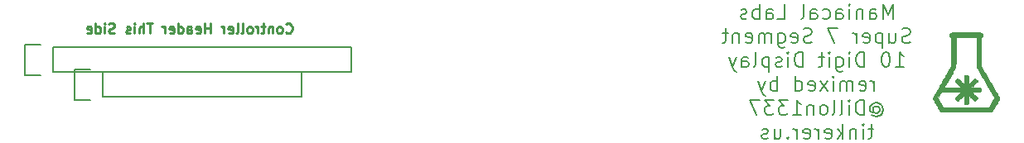
<source format=gbr>
G04 #@! TF.FileFunction,Legend,Bot*
%FSLAX46Y46*%
G04 Gerber Fmt 4.6, Leading zero omitted, Abs format (unit mm)*
G04 Created by KiCad (PCBNEW 4.0.7) date Thursday, February 08, 2018 'PMt' 08:56:59 PM*
%MOMM*%
%LPD*%
G01*
G04 APERTURE LIST*
%ADD10C,0.100000*%
%ADD11C,0.254000*%
%ADD12C,0.200000*%
%ADD13C,0.010000*%
%ADD14C,0.150000*%
G04 APERTURE END LIST*
D10*
D11*
X150839712Y-79737857D02*
X150888093Y-79786238D01*
X151033236Y-79834619D01*
X151129998Y-79834619D01*
X151275140Y-79786238D01*
X151371902Y-79689476D01*
X151420283Y-79592714D01*
X151468664Y-79399190D01*
X151468664Y-79254048D01*
X151420283Y-79060524D01*
X151371902Y-78963762D01*
X151275140Y-78867000D01*
X151129998Y-78818619D01*
X151033236Y-78818619D01*
X150888093Y-78867000D01*
X150839712Y-78915381D01*
X150259140Y-79834619D02*
X150355902Y-79786238D01*
X150404283Y-79737857D01*
X150452664Y-79641095D01*
X150452664Y-79350810D01*
X150404283Y-79254048D01*
X150355902Y-79205667D01*
X150259140Y-79157286D01*
X150113998Y-79157286D01*
X150017236Y-79205667D01*
X149968855Y-79254048D01*
X149920474Y-79350810D01*
X149920474Y-79641095D01*
X149968855Y-79737857D01*
X150017236Y-79786238D01*
X150113998Y-79834619D01*
X150259140Y-79834619D01*
X149485045Y-79157286D02*
X149485045Y-79834619D01*
X149485045Y-79254048D02*
X149436664Y-79205667D01*
X149339902Y-79157286D01*
X149194760Y-79157286D01*
X149097998Y-79205667D01*
X149049617Y-79302429D01*
X149049617Y-79834619D01*
X148710950Y-79157286D02*
X148323902Y-79157286D01*
X148565807Y-78818619D02*
X148565807Y-79689476D01*
X148517426Y-79786238D01*
X148420664Y-79834619D01*
X148323902Y-79834619D01*
X147985236Y-79834619D02*
X147985236Y-79157286D01*
X147985236Y-79350810D02*
X147936855Y-79254048D01*
X147888474Y-79205667D01*
X147791712Y-79157286D01*
X147694951Y-79157286D01*
X147211141Y-79834619D02*
X147307903Y-79786238D01*
X147356284Y-79737857D01*
X147404665Y-79641095D01*
X147404665Y-79350810D01*
X147356284Y-79254048D01*
X147307903Y-79205667D01*
X147211141Y-79157286D01*
X147065999Y-79157286D01*
X146969237Y-79205667D01*
X146920856Y-79254048D01*
X146872475Y-79350810D01*
X146872475Y-79641095D01*
X146920856Y-79737857D01*
X146969237Y-79786238D01*
X147065999Y-79834619D01*
X147211141Y-79834619D01*
X146291903Y-79834619D02*
X146388665Y-79786238D01*
X146437046Y-79689476D01*
X146437046Y-78818619D01*
X145759713Y-79834619D02*
X145856475Y-79786238D01*
X145904856Y-79689476D01*
X145904856Y-78818619D01*
X144985619Y-79786238D02*
X145082381Y-79834619D01*
X145275904Y-79834619D01*
X145372666Y-79786238D01*
X145421047Y-79689476D01*
X145421047Y-79302429D01*
X145372666Y-79205667D01*
X145275904Y-79157286D01*
X145082381Y-79157286D01*
X144985619Y-79205667D01*
X144937238Y-79302429D01*
X144937238Y-79399190D01*
X145421047Y-79495952D01*
X144501809Y-79834619D02*
X144501809Y-79157286D01*
X144501809Y-79350810D02*
X144453428Y-79254048D01*
X144405047Y-79205667D01*
X144308285Y-79157286D01*
X144211524Y-79157286D01*
X143098762Y-79834619D02*
X143098762Y-78818619D01*
X143098762Y-79302429D02*
X142518191Y-79302429D01*
X142518191Y-79834619D02*
X142518191Y-78818619D01*
X141647334Y-79786238D02*
X141744096Y-79834619D01*
X141937619Y-79834619D01*
X142034381Y-79786238D01*
X142082762Y-79689476D01*
X142082762Y-79302429D01*
X142034381Y-79205667D01*
X141937619Y-79157286D01*
X141744096Y-79157286D01*
X141647334Y-79205667D01*
X141598953Y-79302429D01*
X141598953Y-79399190D01*
X142082762Y-79495952D01*
X140728096Y-79834619D02*
X140728096Y-79302429D01*
X140776477Y-79205667D01*
X140873239Y-79157286D01*
X141066762Y-79157286D01*
X141163524Y-79205667D01*
X140728096Y-79786238D02*
X140824858Y-79834619D01*
X141066762Y-79834619D01*
X141163524Y-79786238D01*
X141211905Y-79689476D01*
X141211905Y-79592714D01*
X141163524Y-79495952D01*
X141066762Y-79447571D01*
X140824858Y-79447571D01*
X140728096Y-79399190D01*
X139808858Y-79834619D02*
X139808858Y-78818619D01*
X139808858Y-79786238D02*
X139905620Y-79834619D01*
X140099143Y-79834619D01*
X140195905Y-79786238D01*
X140244286Y-79737857D01*
X140292667Y-79641095D01*
X140292667Y-79350810D01*
X140244286Y-79254048D01*
X140195905Y-79205667D01*
X140099143Y-79157286D01*
X139905620Y-79157286D01*
X139808858Y-79205667D01*
X138938001Y-79786238D02*
X139034763Y-79834619D01*
X139228286Y-79834619D01*
X139325048Y-79786238D01*
X139373429Y-79689476D01*
X139373429Y-79302429D01*
X139325048Y-79205667D01*
X139228286Y-79157286D01*
X139034763Y-79157286D01*
X138938001Y-79205667D01*
X138889620Y-79302429D01*
X138889620Y-79399190D01*
X139373429Y-79495952D01*
X138454191Y-79834619D02*
X138454191Y-79157286D01*
X138454191Y-79350810D02*
X138405810Y-79254048D01*
X138357429Y-79205667D01*
X138260667Y-79157286D01*
X138163906Y-79157286D01*
X137196287Y-78818619D02*
X136615716Y-78818619D01*
X136906001Y-79834619D02*
X136906001Y-78818619D01*
X136277049Y-79834619D02*
X136277049Y-78818619D01*
X135841621Y-79834619D02*
X135841621Y-79302429D01*
X135890002Y-79205667D01*
X135986764Y-79157286D01*
X136131906Y-79157286D01*
X136228668Y-79205667D01*
X136277049Y-79254048D01*
X135357811Y-79834619D02*
X135357811Y-79157286D01*
X135357811Y-78818619D02*
X135406192Y-78867000D01*
X135357811Y-78915381D01*
X135309430Y-78867000D01*
X135357811Y-78818619D01*
X135357811Y-78915381D01*
X134922382Y-79786238D02*
X134825620Y-79834619D01*
X134632096Y-79834619D01*
X134535335Y-79786238D01*
X134486954Y-79689476D01*
X134486954Y-79641095D01*
X134535335Y-79544333D01*
X134632096Y-79495952D01*
X134777239Y-79495952D01*
X134874001Y-79447571D01*
X134922382Y-79350810D01*
X134922382Y-79302429D01*
X134874001Y-79205667D01*
X134777239Y-79157286D01*
X134632096Y-79157286D01*
X134535335Y-79205667D01*
X133325811Y-79786238D02*
X133180668Y-79834619D01*
X132938764Y-79834619D01*
X132842002Y-79786238D01*
X132793621Y-79737857D01*
X132745240Y-79641095D01*
X132745240Y-79544333D01*
X132793621Y-79447571D01*
X132842002Y-79399190D01*
X132938764Y-79350810D01*
X133132287Y-79302429D01*
X133229049Y-79254048D01*
X133277430Y-79205667D01*
X133325811Y-79108905D01*
X133325811Y-79012143D01*
X133277430Y-78915381D01*
X133229049Y-78867000D01*
X133132287Y-78818619D01*
X132890383Y-78818619D01*
X132745240Y-78867000D01*
X132309811Y-79834619D02*
X132309811Y-79157286D01*
X132309811Y-78818619D02*
X132358192Y-78867000D01*
X132309811Y-78915381D01*
X132261430Y-78867000D01*
X132309811Y-78818619D01*
X132309811Y-78915381D01*
X131390573Y-79834619D02*
X131390573Y-78818619D01*
X131390573Y-79786238D02*
X131487335Y-79834619D01*
X131680858Y-79834619D01*
X131777620Y-79786238D01*
X131826001Y-79737857D01*
X131874382Y-79641095D01*
X131874382Y-79350810D01*
X131826001Y-79254048D01*
X131777620Y-79205667D01*
X131680858Y-79157286D01*
X131487335Y-79157286D01*
X131390573Y-79205667D01*
X130519716Y-79786238D02*
X130616478Y-79834619D01*
X130810001Y-79834619D01*
X130906763Y-79786238D01*
X130955144Y-79689476D01*
X130955144Y-79302429D01*
X130906763Y-79205667D01*
X130810001Y-79157286D01*
X130616478Y-79157286D01*
X130519716Y-79205667D01*
X130471335Y-79302429D01*
X130471335Y-79399190D01*
X130955144Y-79495952D01*
D12*
X212855000Y-78373571D02*
X212855000Y-76873571D01*
X212355000Y-77945000D01*
X211855000Y-76873571D01*
X211855000Y-78373571D01*
X210497857Y-78373571D02*
X210497857Y-77587857D01*
X210569286Y-77445000D01*
X210712143Y-77373571D01*
X210997857Y-77373571D01*
X211140714Y-77445000D01*
X210497857Y-78302143D02*
X210640714Y-78373571D01*
X210997857Y-78373571D01*
X211140714Y-78302143D01*
X211212143Y-78159286D01*
X211212143Y-78016429D01*
X211140714Y-77873571D01*
X210997857Y-77802143D01*
X210640714Y-77802143D01*
X210497857Y-77730714D01*
X209783571Y-77373571D02*
X209783571Y-78373571D01*
X209783571Y-77516429D02*
X209712143Y-77445000D01*
X209569285Y-77373571D01*
X209355000Y-77373571D01*
X209212143Y-77445000D01*
X209140714Y-77587857D01*
X209140714Y-78373571D01*
X208426428Y-78373571D02*
X208426428Y-77373571D01*
X208426428Y-76873571D02*
X208497857Y-76945000D01*
X208426428Y-77016429D01*
X208355000Y-76945000D01*
X208426428Y-76873571D01*
X208426428Y-77016429D01*
X207069285Y-78373571D02*
X207069285Y-77587857D01*
X207140714Y-77445000D01*
X207283571Y-77373571D01*
X207569285Y-77373571D01*
X207712142Y-77445000D01*
X207069285Y-78302143D02*
X207212142Y-78373571D01*
X207569285Y-78373571D01*
X207712142Y-78302143D01*
X207783571Y-78159286D01*
X207783571Y-78016429D01*
X207712142Y-77873571D01*
X207569285Y-77802143D01*
X207212142Y-77802143D01*
X207069285Y-77730714D01*
X205712142Y-78302143D02*
X205854999Y-78373571D01*
X206140713Y-78373571D01*
X206283571Y-78302143D01*
X206354999Y-78230714D01*
X206426428Y-78087857D01*
X206426428Y-77659286D01*
X206354999Y-77516429D01*
X206283571Y-77445000D01*
X206140713Y-77373571D01*
X205854999Y-77373571D01*
X205712142Y-77445000D01*
X204426428Y-78373571D02*
X204426428Y-77587857D01*
X204497857Y-77445000D01*
X204640714Y-77373571D01*
X204926428Y-77373571D01*
X205069285Y-77445000D01*
X204426428Y-78302143D02*
X204569285Y-78373571D01*
X204926428Y-78373571D01*
X205069285Y-78302143D01*
X205140714Y-78159286D01*
X205140714Y-78016429D01*
X205069285Y-77873571D01*
X204926428Y-77802143D01*
X204569285Y-77802143D01*
X204426428Y-77730714D01*
X203497856Y-78373571D02*
X203640714Y-78302143D01*
X203712142Y-78159286D01*
X203712142Y-76873571D01*
X201069285Y-78373571D02*
X201783571Y-78373571D01*
X201783571Y-76873571D01*
X199926428Y-78373571D02*
X199926428Y-77587857D01*
X199997857Y-77445000D01*
X200140714Y-77373571D01*
X200426428Y-77373571D01*
X200569285Y-77445000D01*
X199926428Y-78302143D02*
X200069285Y-78373571D01*
X200426428Y-78373571D01*
X200569285Y-78302143D01*
X200640714Y-78159286D01*
X200640714Y-78016429D01*
X200569285Y-77873571D01*
X200426428Y-77802143D01*
X200069285Y-77802143D01*
X199926428Y-77730714D01*
X199212142Y-78373571D02*
X199212142Y-76873571D01*
X199212142Y-77445000D02*
X199069285Y-77373571D01*
X198783571Y-77373571D01*
X198640714Y-77445000D01*
X198569285Y-77516429D01*
X198497856Y-77659286D01*
X198497856Y-78087857D01*
X198569285Y-78230714D01*
X198640714Y-78302143D01*
X198783571Y-78373571D01*
X199069285Y-78373571D01*
X199212142Y-78302143D01*
X197926428Y-78302143D02*
X197783571Y-78373571D01*
X197497856Y-78373571D01*
X197354999Y-78302143D01*
X197283571Y-78159286D01*
X197283571Y-78087857D01*
X197354999Y-77945000D01*
X197497856Y-77873571D01*
X197712142Y-77873571D01*
X197854999Y-77802143D01*
X197926428Y-77659286D01*
X197926428Y-77587857D01*
X197854999Y-77445000D01*
X197712142Y-77373571D01*
X197497856Y-77373571D01*
X197354999Y-77445000D01*
X214640713Y-80752143D02*
X214426427Y-80823571D01*
X214069284Y-80823571D01*
X213926427Y-80752143D01*
X213854998Y-80680714D01*
X213783570Y-80537857D01*
X213783570Y-80395000D01*
X213854998Y-80252143D01*
X213926427Y-80180714D01*
X214069284Y-80109286D01*
X214354998Y-80037857D01*
X214497856Y-79966429D01*
X214569284Y-79895000D01*
X214640713Y-79752143D01*
X214640713Y-79609286D01*
X214569284Y-79466429D01*
X214497856Y-79395000D01*
X214354998Y-79323571D01*
X213997856Y-79323571D01*
X213783570Y-79395000D01*
X212497856Y-79823571D02*
X212497856Y-80823571D01*
X213140713Y-79823571D02*
X213140713Y-80609286D01*
X213069285Y-80752143D01*
X212926427Y-80823571D01*
X212712142Y-80823571D01*
X212569285Y-80752143D01*
X212497856Y-80680714D01*
X211783570Y-79823571D02*
X211783570Y-81323571D01*
X211783570Y-79895000D02*
X211640713Y-79823571D01*
X211354999Y-79823571D01*
X211212142Y-79895000D01*
X211140713Y-79966429D01*
X211069284Y-80109286D01*
X211069284Y-80537857D01*
X211140713Y-80680714D01*
X211212142Y-80752143D01*
X211354999Y-80823571D01*
X211640713Y-80823571D01*
X211783570Y-80752143D01*
X209854999Y-80752143D02*
X209997856Y-80823571D01*
X210283570Y-80823571D01*
X210426427Y-80752143D01*
X210497856Y-80609286D01*
X210497856Y-80037857D01*
X210426427Y-79895000D01*
X210283570Y-79823571D01*
X209997856Y-79823571D01*
X209854999Y-79895000D01*
X209783570Y-80037857D01*
X209783570Y-80180714D01*
X210497856Y-80323571D01*
X209140713Y-80823571D02*
X209140713Y-79823571D01*
X209140713Y-80109286D02*
X209069285Y-79966429D01*
X208997856Y-79895000D01*
X208854999Y-79823571D01*
X208712142Y-79823571D01*
X207212142Y-79323571D02*
X206212142Y-79323571D01*
X206854999Y-80823571D01*
X204569286Y-80752143D02*
X204355000Y-80823571D01*
X203997857Y-80823571D01*
X203855000Y-80752143D01*
X203783571Y-80680714D01*
X203712143Y-80537857D01*
X203712143Y-80395000D01*
X203783571Y-80252143D01*
X203855000Y-80180714D01*
X203997857Y-80109286D01*
X204283571Y-80037857D01*
X204426429Y-79966429D01*
X204497857Y-79895000D01*
X204569286Y-79752143D01*
X204569286Y-79609286D01*
X204497857Y-79466429D01*
X204426429Y-79395000D01*
X204283571Y-79323571D01*
X203926429Y-79323571D01*
X203712143Y-79395000D01*
X202497858Y-80752143D02*
X202640715Y-80823571D01*
X202926429Y-80823571D01*
X203069286Y-80752143D01*
X203140715Y-80609286D01*
X203140715Y-80037857D01*
X203069286Y-79895000D01*
X202926429Y-79823571D01*
X202640715Y-79823571D01*
X202497858Y-79895000D01*
X202426429Y-80037857D01*
X202426429Y-80180714D01*
X203140715Y-80323571D01*
X201140715Y-79823571D02*
X201140715Y-81037857D01*
X201212144Y-81180714D01*
X201283572Y-81252143D01*
X201426429Y-81323571D01*
X201640715Y-81323571D01*
X201783572Y-81252143D01*
X201140715Y-80752143D02*
X201283572Y-80823571D01*
X201569286Y-80823571D01*
X201712144Y-80752143D01*
X201783572Y-80680714D01*
X201855001Y-80537857D01*
X201855001Y-80109286D01*
X201783572Y-79966429D01*
X201712144Y-79895000D01*
X201569286Y-79823571D01*
X201283572Y-79823571D01*
X201140715Y-79895000D01*
X200426429Y-80823571D02*
X200426429Y-79823571D01*
X200426429Y-79966429D02*
X200355001Y-79895000D01*
X200212143Y-79823571D01*
X199997858Y-79823571D01*
X199855001Y-79895000D01*
X199783572Y-80037857D01*
X199783572Y-80823571D01*
X199783572Y-80037857D02*
X199712143Y-79895000D01*
X199569286Y-79823571D01*
X199355001Y-79823571D01*
X199212143Y-79895000D01*
X199140715Y-80037857D01*
X199140715Y-80823571D01*
X197855001Y-80752143D02*
X197997858Y-80823571D01*
X198283572Y-80823571D01*
X198426429Y-80752143D01*
X198497858Y-80609286D01*
X198497858Y-80037857D01*
X198426429Y-79895000D01*
X198283572Y-79823571D01*
X197997858Y-79823571D01*
X197855001Y-79895000D01*
X197783572Y-80037857D01*
X197783572Y-80180714D01*
X198497858Y-80323571D01*
X197140715Y-79823571D02*
X197140715Y-80823571D01*
X197140715Y-79966429D02*
X197069287Y-79895000D01*
X196926429Y-79823571D01*
X196712144Y-79823571D01*
X196569287Y-79895000D01*
X196497858Y-80037857D01*
X196497858Y-80823571D01*
X195997858Y-79823571D02*
X195426429Y-79823571D01*
X195783572Y-79323571D02*
X195783572Y-80609286D01*
X195712144Y-80752143D01*
X195569286Y-80823571D01*
X195426429Y-80823571D01*
X213140714Y-83273571D02*
X213997857Y-83273571D01*
X213569285Y-83273571D02*
X213569285Y-81773571D01*
X213712142Y-81987857D01*
X213855000Y-82130714D01*
X213997857Y-82202143D01*
X212212143Y-81773571D02*
X212069286Y-81773571D01*
X211926429Y-81845000D01*
X211855000Y-81916429D01*
X211783571Y-82059286D01*
X211712143Y-82345000D01*
X211712143Y-82702143D01*
X211783571Y-82987857D01*
X211855000Y-83130714D01*
X211926429Y-83202143D01*
X212069286Y-83273571D01*
X212212143Y-83273571D01*
X212355000Y-83202143D01*
X212426429Y-83130714D01*
X212497857Y-82987857D01*
X212569286Y-82702143D01*
X212569286Y-82345000D01*
X212497857Y-82059286D01*
X212426429Y-81916429D01*
X212355000Y-81845000D01*
X212212143Y-81773571D01*
X209926429Y-83273571D02*
X209926429Y-81773571D01*
X209569286Y-81773571D01*
X209355001Y-81845000D01*
X209212143Y-81987857D01*
X209140715Y-82130714D01*
X209069286Y-82416429D01*
X209069286Y-82630714D01*
X209140715Y-82916429D01*
X209212143Y-83059286D01*
X209355001Y-83202143D01*
X209569286Y-83273571D01*
X209926429Y-83273571D01*
X208426429Y-83273571D02*
X208426429Y-82273571D01*
X208426429Y-81773571D02*
X208497858Y-81845000D01*
X208426429Y-81916429D01*
X208355001Y-81845000D01*
X208426429Y-81773571D01*
X208426429Y-81916429D01*
X207069286Y-82273571D02*
X207069286Y-83487857D01*
X207140715Y-83630714D01*
X207212143Y-83702143D01*
X207355000Y-83773571D01*
X207569286Y-83773571D01*
X207712143Y-83702143D01*
X207069286Y-83202143D02*
X207212143Y-83273571D01*
X207497857Y-83273571D01*
X207640715Y-83202143D01*
X207712143Y-83130714D01*
X207783572Y-82987857D01*
X207783572Y-82559286D01*
X207712143Y-82416429D01*
X207640715Y-82345000D01*
X207497857Y-82273571D01*
X207212143Y-82273571D01*
X207069286Y-82345000D01*
X206355000Y-83273571D02*
X206355000Y-82273571D01*
X206355000Y-81773571D02*
X206426429Y-81845000D01*
X206355000Y-81916429D01*
X206283572Y-81845000D01*
X206355000Y-81773571D01*
X206355000Y-81916429D01*
X205855000Y-82273571D02*
X205283571Y-82273571D01*
X205640714Y-81773571D02*
X205640714Y-83059286D01*
X205569286Y-83202143D01*
X205426428Y-83273571D01*
X205283571Y-83273571D01*
X203640714Y-83273571D02*
X203640714Y-81773571D01*
X203283571Y-81773571D01*
X203069286Y-81845000D01*
X202926428Y-81987857D01*
X202855000Y-82130714D01*
X202783571Y-82416429D01*
X202783571Y-82630714D01*
X202855000Y-82916429D01*
X202926428Y-83059286D01*
X203069286Y-83202143D01*
X203283571Y-83273571D01*
X203640714Y-83273571D01*
X202140714Y-83273571D02*
X202140714Y-82273571D01*
X202140714Y-81773571D02*
X202212143Y-81845000D01*
X202140714Y-81916429D01*
X202069286Y-81845000D01*
X202140714Y-81773571D01*
X202140714Y-81916429D01*
X201497857Y-83202143D02*
X201355000Y-83273571D01*
X201069285Y-83273571D01*
X200926428Y-83202143D01*
X200855000Y-83059286D01*
X200855000Y-82987857D01*
X200926428Y-82845000D01*
X201069285Y-82773571D01*
X201283571Y-82773571D01*
X201426428Y-82702143D01*
X201497857Y-82559286D01*
X201497857Y-82487857D01*
X201426428Y-82345000D01*
X201283571Y-82273571D01*
X201069285Y-82273571D01*
X200926428Y-82345000D01*
X200212142Y-82273571D02*
X200212142Y-83773571D01*
X200212142Y-82345000D02*
X200069285Y-82273571D01*
X199783571Y-82273571D01*
X199640714Y-82345000D01*
X199569285Y-82416429D01*
X199497856Y-82559286D01*
X199497856Y-82987857D01*
X199569285Y-83130714D01*
X199640714Y-83202143D01*
X199783571Y-83273571D01*
X200069285Y-83273571D01*
X200212142Y-83202143D01*
X198640713Y-83273571D02*
X198783571Y-83202143D01*
X198854999Y-83059286D01*
X198854999Y-81773571D01*
X197426428Y-83273571D02*
X197426428Y-82487857D01*
X197497857Y-82345000D01*
X197640714Y-82273571D01*
X197926428Y-82273571D01*
X198069285Y-82345000D01*
X197426428Y-83202143D02*
X197569285Y-83273571D01*
X197926428Y-83273571D01*
X198069285Y-83202143D01*
X198140714Y-83059286D01*
X198140714Y-82916429D01*
X198069285Y-82773571D01*
X197926428Y-82702143D01*
X197569285Y-82702143D01*
X197426428Y-82630714D01*
X196854999Y-82273571D02*
X196497856Y-83273571D01*
X196140714Y-82273571D02*
X196497856Y-83273571D01*
X196640714Y-83630714D01*
X196712142Y-83702143D01*
X196854999Y-83773571D01*
X210962142Y-85723571D02*
X210962142Y-84723571D01*
X210962142Y-85009286D02*
X210890714Y-84866429D01*
X210819285Y-84795000D01*
X210676428Y-84723571D01*
X210533571Y-84723571D01*
X209462143Y-85652143D02*
X209605000Y-85723571D01*
X209890714Y-85723571D01*
X210033571Y-85652143D01*
X210105000Y-85509286D01*
X210105000Y-84937857D01*
X210033571Y-84795000D01*
X209890714Y-84723571D01*
X209605000Y-84723571D01*
X209462143Y-84795000D01*
X209390714Y-84937857D01*
X209390714Y-85080714D01*
X210105000Y-85223571D01*
X208747857Y-85723571D02*
X208747857Y-84723571D01*
X208747857Y-84866429D02*
X208676429Y-84795000D01*
X208533571Y-84723571D01*
X208319286Y-84723571D01*
X208176429Y-84795000D01*
X208105000Y-84937857D01*
X208105000Y-85723571D01*
X208105000Y-84937857D02*
X208033571Y-84795000D01*
X207890714Y-84723571D01*
X207676429Y-84723571D01*
X207533571Y-84795000D01*
X207462143Y-84937857D01*
X207462143Y-85723571D01*
X206747857Y-85723571D02*
X206747857Y-84723571D01*
X206747857Y-84223571D02*
X206819286Y-84295000D01*
X206747857Y-84366429D01*
X206676429Y-84295000D01*
X206747857Y-84223571D01*
X206747857Y-84366429D01*
X206176428Y-85723571D02*
X205390714Y-84723571D01*
X206176428Y-84723571D02*
X205390714Y-85723571D01*
X204247857Y-85652143D02*
X204390714Y-85723571D01*
X204676428Y-85723571D01*
X204819285Y-85652143D01*
X204890714Y-85509286D01*
X204890714Y-84937857D01*
X204819285Y-84795000D01*
X204676428Y-84723571D01*
X204390714Y-84723571D01*
X204247857Y-84795000D01*
X204176428Y-84937857D01*
X204176428Y-85080714D01*
X204890714Y-85223571D01*
X202890714Y-85723571D02*
X202890714Y-84223571D01*
X202890714Y-85652143D02*
X203033571Y-85723571D01*
X203319285Y-85723571D01*
X203462143Y-85652143D01*
X203533571Y-85580714D01*
X203605000Y-85437857D01*
X203605000Y-85009286D01*
X203533571Y-84866429D01*
X203462143Y-84795000D01*
X203319285Y-84723571D01*
X203033571Y-84723571D01*
X202890714Y-84795000D01*
X201033571Y-85723571D02*
X201033571Y-84223571D01*
X201033571Y-84795000D02*
X200890714Y-84723571D01*
X200605000Y-84723571D01*
X200462143Y-84795000D01*
X200390714Y-84866429D01*
X200319285Y-85009286D01*
X200319285Y-85437857D01*
X200390714Y-85580714D01*
X200462143Y-85652143D01*
X200605000Y-85723571D01*
X200890714Y-85723571D01*
X201033571Y-85652143D01*
X199819285Y-84723571D02*
X199462142Y-85723571D01*
X199105000Y-84723571D02*
X199462142Y-85723571D01*
X199605000Y-86080714D01*
X199676428Y-86152143D01*
X199819285Y-86223571D01*
X210890713Y-87459286D02*
X210962141Y-87387857D01*
X211104998Y-87316429D01*
X211247856Y-87316429D01*
X211390713Y-87387857D01*
X211462141Y-87459286D01*
X211533570Y-87602143D01*
X211533570Y-87745000D01*
X211462141Y-87887857D01*
X211390713Y-87959286D01*
X211247856Y-88030714D01*
X211104998Y-88030714D01*
X210962141Y-87959286D01*
X210890713Y-87887857D01*
X210890713Y-87316429D02*
X210890713Y-87887857D01*
X210819284Y-87959286D01*
X210747856Y-87959286D01*
X210604998Y-87887857D01*
X210533570Y-87745000D01*
X210533570Y-87387857D01*
X210676427Y-87173571D01*
X210890713Y-87030714D01*
X211176427Y-86959286D01*
X211462141Y-87030714D01*
X211676427Y-87173571D01*
X211819284Y-87387857D01*
X211890713Y-87673571D01*
X211819284Y-87959286D01*
X211676427Y-88173571D01*
X211462141Y-88316429D01*
X211176427Y-88387857D01*
X210890713Y-88316429D01*
X210676427Y-88173571D01*
X209890713Y-88173571D02*
X209890713Y-86673571D01*
X209533570Y-86673571D01*
X209319285Y-86745000D01*
X209176427Y-86887857D01*
X209104999Y-87030714D01*
X209033570Y-87316429D01*
X209033570Y-87530714D01*
X209104999Y-87816429D01*
X209176427Y-87959286D01*
X209319285Y-88102143D01*
X209533570Y-88173571D01*
X209890713Y-88173571D01*
X208390713Y-88173571D02*
X208390713Y-87173571D01*
X208390713Y-86673571D02*
X208462142Y-86745000D01*
X208390713Y-86816429D01*
X208319285Y-86745000D01*
X208390713Y-86673571D01*
X208390713Y-86816429D01*
X207462141Y-88173571D02*
X207604999Y-88102143D01*
X207676427Y-87959286D01*
X207676427Y-86673571D01*
X206676427Y-88173571D02*
X206819285Y-88102143D01*
X206890713Y-87959286D01*
X206890713Y-86673571D01*
X205890713Y-88173571D02*
X206033571Y-88102143D01*
X206104999Y-88030714D01*
X206176428Y-87887857D01*
X206176428Y-87459286D01*
X206104999Y-87316429D01*
X206033571Y-87245000D01*
X205890713Y-87173571D01*
X205676428Y-87173571D01*
X205533571Y-87245000D01*
X205462142Y-87316429D01*
X205390713Y-87459286D01*
X205390713Y-87887857D01*
X205462142Y-88030714D01*
X205533571Y-88102143D01*
X205676428Y-88173571D01*
X205890713Y-88173571D01*
X204747856Y-87173571D02*
X204747856Y-88173571D01*
X204747856Y-87316429D02*
X204676428Y-87245000D01*
X204533570Y-87173571D01*
X204319285Y-87173571D01*
X204176428Y-87245000D01*
X204104999Y-87387857D01*
X204104999Y-88173571D01*
X202604999Y-88173571D02*
X203462142Y-88173571D01*
X203033570Y-88173571D02*
X203033570Y-86673571D01*
X203176427Y-86887857D01*
X203319285Y-87030714D01*
X203462142Y-87102143D01*
X202104999Y-86673571D02*
X201176428Y-86673571D01*
X201676428Y-87245000D01*
X201462142Y-87245000D01*
X201319285Y-87316429D01*
X201247856Y-87387857D01*
X201176428Y-87530714D01*
X201176428Y-87887857D01*
X201247856Y-88030714D01*
X201319285Y-88102143D01*
X201462142Y-88173571D01*
X201890714Y-88173571D01*
X202033571Y-88102143D01*
X202104999Y-88030714D01*
X200676428Y-86673571D02*
X199747857Y-86673571D01*
X200247857Y-87245000D01*
X200033571Y-87245000D01*
X199890714Y-87316429D01*
X199819285Y-87387857D01*
X199747857Y-87530714D01*
X199747857Y-87887857D01*
X199819285Y-88030714D01*
X199890714Y-88102143D01*
X200033571Y-88173571D01*
X200462143Y-88173571D01*
X200605000Y-88102143D01*
X200676428Y-88030714D01*
X199247857Y-86673571D02*
X198247857Y-86673571D01*
X198890714Y-88173571D01*
X210890714Y-89623571D02*
X210319285Y-89623571D01*
X210676428Y-89123571D02*
X210676428Y-90409286D01*
X210605000Y-90552143D01*
X210462142Y-90623571D01*
X210319285Y-90623571D01*
X209819285Y-90623571D02*
X209819285Y-89623571D01*
X209819285Y-89123571D02*
X209890714Y-89195000D01*
X209819285Y-89266429D01*
X209747857Y-89195000D01*
X209819285Y-89123571D01*
X209819285Y-89266429D01*
X209104999Y-89623571D02*
X209104999Y-90623571D01*
X209104999Y-89766429D02*
X209033571Y-89695000D01*
X208890713Y-89623571D01*
X208676428Y-89623571D01*
X208533571Y-89695000D01*
X208462142Y-89837857D01*
X208462142Y-90623571D01*
X207747856Y-90623571D02*
X207747856Y-89123571D01*
X207604999Y-90052143D02*
X207176428Y-90623571D01*
X207176428Y-89623571D02*
X207747856Y-90195000D01*
X205962142Y-90552143D02*
X206104999Y-90623571D01*
X206390713Y-90623571D01*
X206533570Y-90552143D01*
X206604999Y-90409286D01*
X206604999Y-89837857D01*
X206533570Y-89695000D01*
X206390713Y-89623571D01*
X206104999Y-89623571D01*
X205962142Y-89695000D01*
X205890713Y-89837857D01*
X205890713Y-89980714D01*
X206604999Y-90123571D01*
X205247856Y-90623571D02*
X205247856Y-89623571D01*
X205247856Y-89909286D02*
X205176428Y-89766429D01*
X205104999Y-89695000D01*
X204962142Y-89623571D01*
X204819285Y-89623571D01*
X203747857Y-90552143D02*
X203890714Y-90623571D01*
X204176428Y-90623571D01*
X204319285Y-90552143D01*
X204390714Y-90409286D01*
X204390714Y-89837857D01*
X204319285Y-89695000D01*
X204176428Y-89623571D01*
X203890714Y-89623571D01*
X203747857Y-89695000D01*
X203676428Y-89837857D01*
X203676428Y-89980714D01*
X204390714Y-90123571D01*
X203033571Y-90623571D02*
X203033571Y-89623571D01*
X203033571Y-89909286D02*
X202962143Y-89766429D01*
X202890714Y-89695000D01*
X202747857Y-89623571D01*
X202605000Y-89623571D01*
X202105000Y-90480714D02*
X202033572Y-90552143D01*
X202105000Y-90623571D01*
X202176429Y-90552143D01*
X202105000Y-90480714D01*
X202105000Y-90623571D01*
X200747857Y-89623571D02*
X200747857Y-90623571D01*
X201390714Y-89623571D02*
X201390714Y-90409286D01*
X201319286Y-90552143D01*
X201176428Y-90623571D01*
X200962143Y-90623571D01*
X200819286Y-90552143D01*
X200747857Y-90480714D01*
X200105000Y-90552143D02*
X199962143Y-90623571D01*
X199676428Y-90623571D01*
X199533571Y-90552143D01*
X199462143Y-90409286D01*
X199462143Y-90337857D01*
X199533571Y-90195000D01*
X199676428Y-90123571D01*
X199890714Y-90123571D01*
X200033571Y-90052143D01*
X200105000Y-89909286D01*
X200105000Y-89837857D01*
X200033571Y-89695000D01*
X199890714Y-89623571D01*
X199676428Y-89623571D01*
X199533571Y-89695000D01*
D13*
G36*
X220064868Y-79755141D02*
X219875670Y-79755704D01*
X219693197Y-79756553D01*
X219520198Y-79757693D01*
X219359420Y-79759121D01*
X219213612Y-79760837D01*
X219085522Y-79762843D01*
X218977899Y-79765137D01*
X218893489Y-79767719D01*
X218835042Y-79770591D01*
X218805306Y-79773751D01*
X218803955Y-79774101D01*
X218730350Y-79809801D01*
X218676728Y-79862954D01*
X218643744Y-79927582D01*
X218632052Y-79997706D01*
X218642308Y-80067346D01*
X218675167Y-80130525D01*
X218731283Y-80181264D01*
X218757782Y-80195553D01*
X218820181Y-80224312D01*
X218820591Y-81706141D01*
X218821000Y-83187969D01*
X218393806Y-83928641D01*
X218303263Y-84085615D01*
X218200103Y-84264444D01*
X218087584Y-84459483D01*
X217968962Y-84665090D01*
X217847493Y-84875620D01*
X217726432Y-85085429D01*
X217609037Y-85288874D01*
X217498563Y-85480312D01*
X217449244Y-85565770D01*
X217360033Y-85720722D01*
X217275691Y-85867946D01*
X217197542Y-86005082D01*
X217126911Y-86129771D01*
X217065123Y-86239652D01*
X217013503Y-86332365D01*
X216973376Y-86405552D01*
X216946066Y-86456852D01*
X216932898Y-86483905D01*
X216931875Y-86487254D01*
X216939741Y-86507854D01*
X216962046Y-86552330D01*
X216996855Y-86617359D01*
X217042233Y-86699615D01*
X217096244Y-86795774D01*
X217156953Y-86902511D01*
X217222423Y-87016503D01*
X217290721Y-87134423D01*
X217359909Y-87252948D01*
X217428052Y-87368754D01*
X217493216Y-87478515D01*
X217553463Y-87578906D01*
X217606859Y-87666605D01*
X217651468Y-87738285D01*
X217685355Y-87790622D01*
X217706584Y-87820292D01*
X217710401Y-87824468D01*
X217757876Y-87868125D01*
X222932125Y-87868125D01*
X222979600Y-87824468D01*
X222996394Y-87802746D01*
X223026461Y-87757288D01*
X223067866Y-87691420D01*
X223118675Y-87608466D01*
X223176950Y-87511753D01*
X223240758Y-87404605D01*
X223308162Y-87290346D01*
X223377228Y-87172303D01*
X223446019Y-87053800D01*
X223512600Y-86938163D01*
X223575037Y-86828717D01*
X223631392Y-86728786D01*
X223679733Y-86641695D01*
X223718121Y-86570771D01*
X223744623Y-86519338D01*
X223757303Y-86490720D01*
X223758126Y-86486933D01*
X223751861Y-86471738D01*
X223253183Y-86471738D01*
X222978492Y-86947681D01*
X222703802Y-87423625D01*
X217986346Y-87423625D01*
X217711306Y-86946873D01*
X217436265Y-86470121D01*
X217544373Y-86284091D01*
X217592892Y-86200084D01*
X217643609Y-86111405D01*
X217690301Y-86028982D01*
X217724772Y-85967315D01*
X217797063Y-85836567D01*
X219812875Y-85836125D01*
X219517252Y-86133781D01*
X219437275Y-86214852D01*
X219364259Y-86289905D01*
X219301362Y-86355609D01*
X219251743Y-86408634D01*
X219218560Y-86445650D01*
X219205268Y-86462697D01*
X219197957Y-86500230D01*
X219210296Y-86535316D01*
X219235308Y-86571070D01*
X219275694Y-86615828D01*
X219324952Y-86663770D01*
X219376580Y-86709074D01*
X219424074Y-86745919D01*
X219460933Y-86768484D01*
X219475520Y-86772750D01*
X219497868Y-86762200D01*
X219539213Y-86730232D01*
X219600092Y-86676363D01*
X219681040Y-86600114D01*
X219782592Y-86501002D01*
X219824190Y-86459741D01*
X220138625Y-86146732D01*
X220138625Y-86581522D01*
X220138814Y-86712308D01*
X220139520Y-86815011D01*
X220140949Y-86893296D01*
X220143309Y-86950830D01*
X220146809Y-86991276D01*
X220151655Y-87018301D01*
X220158056Y-87035570D01*
X220164898Y-87045343D01*
X220181734Y-87058829D01*
X220207193Y-87067459D01*
X220247819Y-87072237D01*
X220310156Y-87074165D01*
X220354246Y-87074375D01*
X220427993Y-87073988D01*
X220476948Y-87071820D01*
X220508068Y-87066360D01*
X220528310Y-87056094D01*
X220544630Y-87039512D01*
X220550947Y-87031627D01*
X220561079Y-87017620D01*
X220568883Y-87001895D01*
X220574608Y-86980501D01*
X220578503Y-86949484D01*
X220580815Y-86904892D01*
X220581793Y-86842771D01*
X220581686Y-86759170D01*
X220580741Y-86650136D01*
X220579880Y-86571238D01*
X220578664Y-86459830D01*
X220577637Y-86359621D01*
X220576836Y-86274754D01*
X220576300Y-86209372D01*
X220576063Y-86167619D01*
X220576154Y-86153611D01*
X220587126Y-86164389D01*
X220617577Y-86194776D01*
X220664606Y-86241863D01*
X220725307Y-86302739D01*
X220796779Y-86374496D01*
X220876118Y-86454225D01*
X220877779Y-86455894D01*
X220959205Y-86536741D01*
X221035054Y-86610133D01*
X221101990Y-86672994D01*
X221156678Y-86722247D01*
X221195782Y-86754816D01*
X221215663Y-86767556D01*
X221236093Y-86768152D01*
X221260531Y-86757567D01*
X221293775Y-86732398D01*
X221340625Y-86689244D01*
X221378382Y-86652190D01*
X221440633Y-86587657D01*
X221480484Y-86539575D01*
X221500419Y-86504681D01*
X221503875Y-86487521D01*
X221498549Y-86469558D01*
X221481229Y-86442344D01*
X221449910Y-86403608D01*
X221402584Y-86351079D01*
X221337243Y-86282484D01*
X221251880Y-86195551D01*
X221198434Y-86141867D01*
X220892993Y-85836125D01*
X221320443Y-85836125D01*
X221459762Y-85836235D01*
X221570588Y-85835593D01*
X221656172Y-85832739D01*
X221719762Y-85826213D01*
X221764608Y-85814556D01*
X221793960Y-85796308D01*
X221811068Y-85770009D01*
X221819180Y-85734200D01*
X221821546Y-85687420D01*
X221821417Y-85628211D01*
X221821375Y-85611107D01*
X221821751Y-85549737D01*
X221820702Y-85500980D01*
X221814967Y-85463390D01*
X221801283Y-85435522D01*
X221776389Y-85415933D01*
X221737023Y-85403178D01*
X221679922Y-85395811D01*
X221601824Y-85392388D01*
X221499468Y-85391465D01*
X221369591Y-85391596D01*
X221325804Y-85391625D01*
X220893733Y-85391625D01*
X221206742Y-85077189D01*
X221296102Y-84986371D01*
X221373596Y-84905517D01*
X221436949Y-84837128D01*
X221483886Y-84783706D01*
X221512132Y-84747753D01*
X221519750Y-84732990D01*
X221508254Y-84706392D01*
X221477729Y-84665976D01*
X221434124Y-84617523D01*
X221383387Y-84566817D01*
X221331466Y-84519641D01*
X221284310Y-84481778D01*
X221247866Y-84459010D01*
X221233823Y-84455000D01*
X221214893Y-84461738D01*
X221183933Y-84483065D01*
X221139064Y-84520648D01*
X221078410Y-84576153D01*
X221000092Y-84651247D01*
X220902233Y-84747597D01*
X220885655Y-84764083D01*
X220575188Y-85073166D01*
X220579866Y-84648775D01*
X220581547Y-84510249D01*
X220582206Y-84400203D01*
X220580349Y-84315374D01*
X220574485Y-84252496D01*
X220563121Y-84208302D01*
X220544764Y-84179528D01*
X220517922Y-84162909D01*
X220481103Y-84155179D01*
X220432814Y-84153073D01*
X220371564Y-84153325D01*
X220353454Y-84153375D01*
X220273223Y-84154496D01*
X220218863Y-84158371D01*
X220184555Y-84165763D01*
X220164481Y-84177438D01*
X220163572Y-84178321D01*
X220156079Y-84189469D01*
X220150220Y-84208540D01*
X220145802Y-84239092D01*
X220142635Y-84284686D01*
X220140527Y-84348878D01*
X220139286Y-84435230D01*
X220138721Y-84547298D01*
X220138625Y-84642142D01*
X220138625Y-85081017D01*
X219824190Y-84768008D01*
X219720023Y-84665240D01*
X219635982Y-84584457D01*
X219570607Y-84524357D01*
X219522442Y-84483639D01*
X219490027Y-84461001D01*
X219473565Y-84455000D01*
X219441360Y-84467050D01*
X219393071Y-84501515D01*
X219333969Y-84554218D01*
X219267723Y-84620807D01*
X219224631Y-84672289D01*
X219202356Y-84712492D01*
X219198563Y-84745242D01*
X219205268Y-84765052D01*
X219220552Y-84784412D01*
X219255177Y-84822842D01*
X219305984Y-84877013D01*
X219369814Y-84943594D01*
X219443509Y-85019256D01*
X219517252Y-85093968D01*
X219812875Y-85391625D01*
X218056411Y-85391625D01*
X218087706Y-85340031D01*
X218122529Y-85281823D01*
X218168922Y-85203049D01*
X218225377Y-85106349D01*
X218290386Y-84994365D01*
X218362441Y-84869736D01*
X218440034Y-84735105D01*
X218521656Y-84593113D01*
X218605799Y-84446400D01*
X218690956Y-84297608D01*
X218775618Y-84149378D01*
X218858277Y-84004351D01*
X218937424Y-83865167D01*
X219011552Y-83734468D01*
X219079153Y-83614896D01*
X219138718Y-83509090D01*
X219188740Y-83419693D01*
X219227709Y-83349345D01*
X219254118Y-83300688D01*
X219266460Y-83276361D01*
X219267104Y-83274659D01*
X219269214Y-83251630D01*
X219271221Y-83199011D01*
X219273105Y-83118962D01*
X219274846Y-83013643D01*
X219276425Y-82885212D01*
X219277821Y-82735830D01*
X219279015Y-82567656D01*
X219279987Y-82382850D01*
X219280718Y-82183573D01*
X219281186Y-81971983D01*
X219281373Y-81750240D01*
X219281375Y-81720636D01*
X219281375Y-80216375D01*
X221408011Y-80216375D01*
X221416563Y-83288187D01*
X221760271Y-83883500D01*
X221849982Y-84038868D01*
X221949527Y-84211244D01*
X222054479Y-84392961D01*
X222160410Y-84576356D01*
X222262894Y-84753764D01*
X222357504Y-84917521D01*
X222425060Y-85034437D01*
X222570644Y-85286399D01*
X222702143Y-85514050D01*
X222819336Y-85717010D01*
X222922005Y-85894897D01*
X223009929Y-86047331D01*
X223082890Y-86173931D01*
X223140668Y-86274316D01*
X223183043Y-86348107D01*
X223209795Y-86394921D01*
X223214919Y-86403962D01*
X223253183Y-86471738D01*
X223751861Y-86471738D01*
X223750407Y-86468214D01*
X223728339Y-86425010D01*
X223693556Y-86360273D01*
X223647689Y-86276953D01*
X223592372Y-86177999D01*
X223529237Y-86066362D01*
X223459917Y-85944993D01*
X223415081Y-85867074D01*
X223328993Y-85717890D01*
X223236116Y-85556959D01*
X223140258Y-85390876D01*
X223045224Y-85226236D01*
X222954821Y-85069633D01*
X222872855Y-84927663D01*
X222806177Y-84812187D01*
X222734938Y-84688821D01*
X222651741Y-84544738D01*
X222560500Y-84386716D01*
X222465130Y-84221537D01*
X222369545Y-84055979D01*
X222277659Y-83896823D01*
X222204659Y-83770372D01*
X221869000Y-83188931D01*
X221869410Y-81706622D01*
X221869820Y-80224312D01*
X221932219Y-80195553D01*
X221997017Y-80150866D01*
X222038317Y-80091549D01*
X222056775Y-80023581D01*
X222053045Y-79952941D01*
X222027782Y-79885606D01*
X221981642Y-79827557D01*
X221915279Y-79784771D01*
X221886046Y-79774101D01*
X221859499Y-79770910D01*
X221803952Y-79768009D01*
X221722153Y-79765396D01*
X221616849Y-79763071D01*
X221490789Y-79761035D01*
X221346721Y-79759288D01*
X221187394Y-79757830D01*
X221015554Y-79756660D01*
X220833951Y-79755780D01*
X220645333Y-79755187D01*
X220452448Y-79754883D01*
X220258043Y-79754868D01*
X220064868Y-79755141D01*
X220064868Y-79755141D01*
G37*
X220064868Y-79755141D02*
X219875670Y-79755704D01*
X219693197Y-79756553D01*
X219520198Y-79757693D01*
X219359420Y-79759121D01*
X219213612Y-79760837D01*
X219085522Y-79762843D01*
X218977899Y-79765137D01*
X218893489Y-79767719D01*
X218835042Y-79770591D01*
X218805306Y-79773751D01*
X218803955Y-79774101D01*
X218730350Y-79809801D01*
X218676728Y-79862954D01*
X218643744Y-79927582D01*
X218632052Y-79997706D01*
X218642308Y-80067346D01*
X218675167Y-80130525D01*
X218731283Y-80181264D01*
X218757782Y-80195553D01*
X218820181Y-80224312D01*
X218820591Y-81706141D01*
X218821000Y-83187969D01*
X218393806Y-83928641D01*
X218303263Y-84085615D01*
X218200103Y-84264444D01*
X218087584Y-84459483D01*
X217968962Y-84665090D01*
X217847493Y-84875620D01*
X217726432Y-85085429D01*
X217609037Y-85288874D01*
X217498563Y-85480312D01*
X217449244Y-85565770D01*
X217360033Y-85720722D01*
X217275691Y-85867946D01*
X217197542Y-86005082D01*
X217126911Y-86129771D01*
X217065123Y-86239652D01*
X217013503Y-86332365D01*
X216973376Y-86405552D01*
X216946066Y-86456852D01*
X216932898Y-86483905D01*
X216931875Y-86487254D01*
X216939741Y-86507854D01*
X216962046Y-86552330D01*
X216996855Y-86617359D01*
X217042233Y-86699615D01*
X217096244Y-86795774D01*
X217156953Y-86902511D01*
X217222423Y-87016503D01*
X217290721Y-87134423D01*
X217359909Y-87252948D01*
X217428052Y-87368754D01*
X217493216Y-87478515D01*
X217553463Y-87578906D01*
X217606859Y-87666605D01*
X217651468Y-87738285D01*
X217685355Y-87790622D01*
X217706584Y-87820292D01*
X217710401Y-87824468D01*
X217757876Y-87868125D01*
X222932125Y-87868125D01*
X222979600Y-87824468D01*
X222996394Y-87802746D01*
X223026461Y-87757288D01*
X223067866Y-87691420D01*
X223118675Y-87608466D01*
X223176950Y-87511753D01*
X223240758Y-87404605D01*
X223308162Y-87290346D01*
X223377228Y-87172303D01*
X223446019Y-87053800D01*
X223512600Y-86938163D01*
X223575037Y-86828717D01*
X223631392Y-86728786D01*
X223679733Y-86641695D01*
X223718121Y-86570771D01*
X223744623Y-86519338D01*
X223757303Y-86490720D01*
X223758126Y-86486933D01*
X223751861Y-86471738D01*
X223253183Y-86471738D01*
X222978492Y-86947681D01*
X222703802Y-87423625D01*
X217986346Y-87423625D01*
X217711306Y-86946873D01*
X217436265Y-86470121D01*
X217544373Y-86284091D01*
X217592892Y-86200084D01*
X217643609Y-86111405D01*
X217690301Y-86028982D01*
X217724772Y-85967315D01*
X217797063Y-85836567D01*
X219812875Y-85836125D01*
X219517252Y-86133781D01*
X219437275Y-86214852D01*
X219364259Y-86289905D01*
X219301362Y-86355609D01*
X219251743Y-86408634D01*
X219218560Y-86445650D01*
X219205268Y-86462697D01*
X219197957Y-86500230D01*
X219210296Y-86535316D01*
X219235308Y-86571070D01*
X219275694Y-86615828D01*
X219324952Y-86663770D01*
X219376580Y-86709074D01*
X219424074Y-86745919D01*
X219460933Y-86768484D01*
X219475520Y-86772750D01*
X219497868Y-86762200D01*
X219539213Y-86730232D01*
X219600092Y-86676363D01*
X219681040Y-86600114D01*
X219782592Y-86501002D01*
X219824190Y-86459741D01*
X220138625Y-86146732D01*
X220138625Y-86581522D01*
X220138814Y-86712308D01*
X220139520Y-86815011D01*
X220140949Y-86893296D01*
X220143309Y-86950830D01*
X220146809Y-86991276D01*
X220151655Y-87018301D01*
X220158056Y-87035570D01*
X220164898Y-87045343D01*
X220181734Y-87058829D01*
X220207193Y-87067459D01*
X220247819Y-87072237D01*
X220310156Y-87074165D01*
X220354246Y-87074375D01*
X220427993Y-87073988D01*
X220476948Y-87071820D01*
X220508068Y-87066360D01*
X220528310Y-87056094D01*
X220544630Y-87039512D01*
X220550947Y-87031627D01*
X220561079Y-87017620D01*
X220568883Y-87001895D01*
X220574608Y-86980501D01*
X220578503Y-86949484D01*
X220580815Y-86904892D01*
X220581793Y-86842771D01*
X220581686Y-86759170D01*
X220580741Y-86650136D01*
X220579880Y-86571238D01*
X220578664Y-86459830D01*
X220577637Y-86359621D01*
X220576836Y-86274754D01*
X220576300Y-86209372D01*
X220576063Y-86167619D01*
X220576154Y-86153611D01*
X220587126Y-86164389D01*
X220617577Y-86194776D01*
X220664606Y-86241863D01*
X220725307Y-86302739D01*
X220796779Y-86374496D01*
X220876118Y-86454225D01*
X220877779Y-86455894D01*
X220959205Y-86536741D01*
X221035054Y-86610133D01*
X221101990Y-86672994D01*
X221156678Y-86722247D01*
X221195782Y-86754816D01*
X221215663Y-86767556D01*
X221236093Y-86768152D01*
X221260531Y-86757567D01*
X221293775Y-86732398D01*
X221340625Y-86689244D01*
X221378382Y-86652190D01*
X221440633Y-86587657D01*
X221480484Y-86539575D01*
X221500419Y-86504681D01*
X221503875Y-86487521D01*
X221498549Y-86469558D01*
X221481229Y-86442344D01*
X221449910Y-86403608D01*
X221402584Y-86351079D01*
X221337243Y-86282484D01*
X221251880Y-86195551D01*
X221198434Y-86141867D01*
X220892993Y-85836125D01*
X221320443Y-85836125D01*
X221459762Y-85836235D01*
X221570588Y-85835593D01*
X221656172Y-85832739D01*
X221719762Y-85826213D01*
X221764608Y-85814556D01*
X221793960Y-85796308D01*
X221811068Y-85770009D01*
X221819180Y-85734200D01*
X221821546Y-85687420D01*
X221821417Y-85628211D01*
X221821375Y-85611107D01*
X221821751Y-85549737D01*
X221820702Y-85500980D01*
X221814967Y-85463390D01*
X221801283Y-85435522D01*
X221776389Y-85415933D01*
X221737023Y-85403178D01*
X221679922Y-85395811D01*
X221601824Y-85392388D01*
X221499468Y-85391465D01*
X221369591Y-85391596D01*
X221325804Y-85391625D01*
X220893733Y-85391625D01*
X221206742Y-85077189D01*
X221296102Y-84986371D01*
X221373596Y-84905517D01*
X221436949Y-84837128D01*
X221483886Y-84783706D01*
X221512132Y-84747753D01*
X221519750Y-84732990D01*
X221508254Y-84706392D01*
X221477729Y-84665976D01*
X221434124Y-84617523D01*
X221383387Y-84566817D01*
X221331466Y-84519641D01*
X221284310Y-84481778D01*
X221247866Y-84459010D01*
X221233823Y-84455000D01*
X221214893Y-84461738D01*
X221183933Y-84483065D01*
X221139064Y-84520648D01*
X221078410Y-84576153D01*
X221000092Y-84651247D01*
X220902233Y-84747597D01*
X220885655Y-84764083D01*
X220575188Y-85073166D01*
X220579866Y-84648775D01*
X220581547Y-84510249D01*
X220582206Y-84400203D01*
X220580349Y-84315374D01*
X220574485Y-84252496D01*
X220563121Y-84208302D01*
X220544764Y-84179528D01*
X220517922Y-84162909D01*
X220481103Y-84155179D01*
X220432814Y-84153073D01*
X220371564Y-84153325D01*
X220353454Y-84153375D01*
X220273223Y-84154496D01*
X220218863Y-84158371D01*
X220184555Y-84165763D01*
X220164481Y-84177438D01*
X220163572Y-84178321D01*
X220156079Y-84189469D01*
X220150220Y-84208540D01*
X220145802Y-84239092D01*
X220142635Y-84284686D01*
X220140527Y-84348878D01*
X220139286Y-84435230D01*
X220138721Y-84547298D01*
X220138625Y-84642142D01*
X220138625Y-85081017D01*
X219824190Y-84768008D01*
X219720023Y-84665240D01*
X219635982Y-84584457D01*
X219570607Y-84524357D01*
X219522442Y-84483639D01*
X219490027Y-84461001D01*
X219473565Y-84455000D01*
X219441360Y-84467050D01*
X219393071Y-84501515D01*
X219333969Y-84554218D01*
X219267723Y-84620807D01*
X219224631Y-84672289D01*
X219202356Y-84712492D01*
X219198563Y-84745242D01*
X219205268Y-84765052D01*
X219220552Y-84784412D01*
X219255177Y-84822842D01*
X219305984Y-84877013D01*
X219369814Y-84943594D01*
X219443509Y-85019256D01*
X219517252Y-85093968D01*
X219812875Y-85391625D01*
X218056411Y-85391625D01*
X218087706Y-85340031D01*
X218122529Y-85281823D01*
X218168922Y-85203049D01*
X218225377Y-85106349D01*
X218290386Y-84994365D01*
X218362441Y-84869736D01*
X218440034Y-84735105D01*
X218521656Y-84593113D01*
X218605799Y-84446400D01*
X218690956Y-84297608D01*
X218775618Y-84149378D01*
X218858277Y-84004351D01*
X218937424Y-83865167D01*
X219011552Y-83734468D01*
X219079153Y-83614896D01*
X219138718Y-83509090D01*
X219188740Y-83419693D01*
X219227709Y-83349345D01*
X219254118Y-83300688D01*
X219266460Y-83276361D01*
X219267104Y-83274659D01*
X219269214Y-83251630D01*
X219271221Y-83199011D01*
X219273105Y-83118962D01*
X219274846Y-83013643D01*
X219276425Y-82885212D01*
X219277821Y-82735830D01*
X219279015Y-82567656D01*
X219279987Y-82382850D01*
X219280718Y-82183573D01*
X219281186Y-81971983D01*
X219281373Y-81750240D01*
X219281375Y-81720636D01*
X219281375Y-80216375D01*
X221408011Y-80216375D01*
X221416563Y-83288187D01*
X221760271Y-83883500D01*
X221849982Y-84038868D01*
X221949527Y-84211244D01*
X222054479Y-84392961D01*
X222160410Y-84576356D01*
X222262894Y-84753764D01*
X222357504Y-84917521D01*
X222425060Y-85034437D01*
X222570644Y-85286399D01*
X222702143Y-85514050D01*
X222819336Y-85717010D01*
X222922005Y-85894897D01*
X223009929Y-86047331D01*
X223082890Y-86173931D01*
X223140668Y-86274316D01*
X223183043Y-86348107D01*
X223209795Y-86394921D01*
X223214919Y-86403962D01*
X223253183Y-86471738D01*
X223751861Y-86471738D01*
X223750407Y-86468214D01*
X223728339Y-86425010D01*
X223693556Y-86360273D01*
X223647689Y-86276953D01*
X223592372Y-86177999D01*
X223529237Y-86066362D01*
X223459917Y-85944993D01*
X223415081Y-85867074D01*
X223328993Y-85717890D01*
X223236116Y-85556959D01*
X223140258Y-85390876D01*
X223045224Y-85226236D01*
X222954821Y-85069633D01*
X222872855Y-84927663D01*
X222806177Y-84812187D01*
X222734938Y-84688821D01*
X222651741Y-84544738D01*
X222560500Y-84386716D01*
X222465130Y-84221537D01*
X222369545Y-84055979D01*
X222277659Y-83896823D01*
X222204659Y-83770372D01*
X221869000Y-83188931D01*
X221869410Y-81706622D01*
X221869820Y-80224312D01*
X221932219Y-80195553D01*
X221997017Y-80150866D01*
X222038317Y-80091549D01*
X222056775Y-80023581D01*
X222053045Y-79952941D01*
X222027782Y-79885606D01*
X221981642Y-79827557D01*
X221915279Y-79784771D01*
X221886046Y-79774101D01*
X221859499Y-79770910D01*
X221803952Y-79768009D01*
X221722153Y-79765396D01*
X221616849Y-79763071D01*
X221490789Y-79761035D01*
X221346721Y-79759288D01*
X221187394Y-79757830D01*
X221015554Y-79756660D01*
X220833951Y-79755780D01*
X220645333Y-79755187D01*
X220452448Y-79754883D01*
X220258043Y-79754868D01*
X220064868Y-79755141D01*
D14*
X127000000Y-83820000D02*
X157480000Y-83820000D01*
X157480000Y-83820000D02*
X157480000Y-81280000D01*
X157480000Y-81280000D02*
X127000000Y-81280000D01*
X124180000Y-81000000D02*
X125730000Y-81000000D01*
X127000000Y-81280000D02*
X127000000Y-83820000D01*
X125730000Y-84100000D02*
X124180000Y-84100000D01*
X124180000Y-84100000D02*
X124180000Y-81000000D01*
X132080000Y-83820000D02*
X152400000Y-83820000D01*
X152400000Y-83820000D02*
X152400000Y-86360000D01*
X152400000Y-86360000D02*
X132080000Y-86360000D01*
X129260000Y-83540000D02*
X130810000Y-83540000D01*
X132080000Y-83820000D02*
X132080000Y-86360000D01*
X130810000Y-86640000D02*
X129260000Y-86640000D01*
X129260000Y-86640000D02*
X129260000Y-83540000D01*
M02*

</source>
